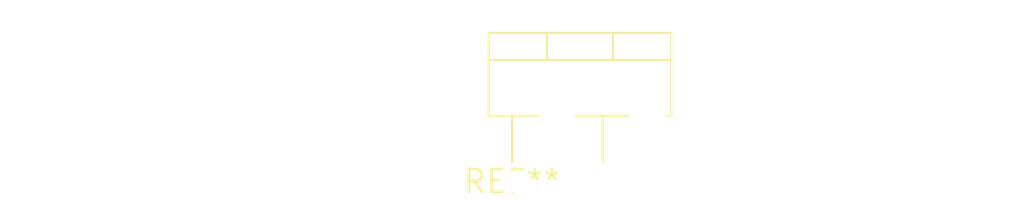
<source format=kicad_pcb>
(kicad_pcb (version 20240108) (generator pcbnew)
  (layers (0 "F.Cu" signal) (31 "B.Cu" signal) (34 "B.Paste" user) (35 "F.Paste" user) (36 "B.SilkS" user "B.Silkscreen") (37 "F.SilkS" user "F.Silkscreen") (38 "B.Mask" user) (39 "F.Mask" user) (44 "Edge.Cuts" user))
  (net 0 "")
  (footprint "TO-220-4_P5.08x2.54mm_StaggerOdd_Lead3.8mm_Vertical" (layer "F.Cu") (at 0 0)
    (property "Reference" "REF**")
    (property "Value" "TO-220-4_P5.08x2.54mm_StaggerOdd_Lead3.8mm_Vertical")
    (fp_line (start -1.31 -8.32) (end -1.31 -3.679) (layer "F.SilkS") (stroke (width 0.12)))
    (fp_line (start -1.31 -8.32) (end 8.93 -8.32) (layer "F.SilkS") (stroke (width 0.12)))
    (fp_line (start -1.31 -6.811) (end 8.93 -6.811) (layer "F.SilkS") (stroke (width 0.12)))
    (fp_line (start -1.31 -3.679) (end 1.475 -3.679) (layer "F.SilkS") (stroke (width 0.12)))
    (fp_line (start 0 -3.679) (end 0 -1.049) (layer "F.SilkS") (stroke (width 0.12)))
    (fp_line (start 1.96 -8.32) (end 1.96 -6.811) (layer "F.SilkS") (stroke (width 0.12)))
    (fp_line (start 3.605 -3.679) (end 6.556 -3.679) (layer "F.SilkS") (stroke (width 0.12)))
    (fp_line (start 5.08 -3.679) (end 5.08 -1.065) (layer "F.SilkS") (stroke (width 0.12)))
    (fp_line (start 5.66 -8.32) (end 5.66 -6.811) (layer "F.SilkS") (stroke (width 0.12)))
    (fp_line (start 8.685 -3.679) (end 8.93 -3.679) (layer "F.SilkS") (stroke (width 0.12)))
    (fp_line (start 8.93 -8.32) (end 8.93 -3.679) (layer "F.SilkS") (stroke (width 0.12)))
    (pad "1" thru_hole rect (at 0 0) (size 1.8 1.8) (drill 1.1) (layers *.Cu *.Mask) (remove_unused_layers))
    (pad "2" thru_hole oval (at 2.54 -3.7) (size 1.8 1.8) (drill 1.1) (layers *.Cu *.Mask) (remove_unused_layers))
    (pad "3" thru_hole oval (at 5.08 0) (size 1.8 1.8) (drill 1.1) (layers *.Cu *.Mask) (remove_unused_layers))
    (pad "4" thru_hole oval (at 7.62 -3.7) (size 1.8 1.8) (drill 1.1) (layers *.Cu *.Mask) (remove_unused_layers))
  )
)
</source>
